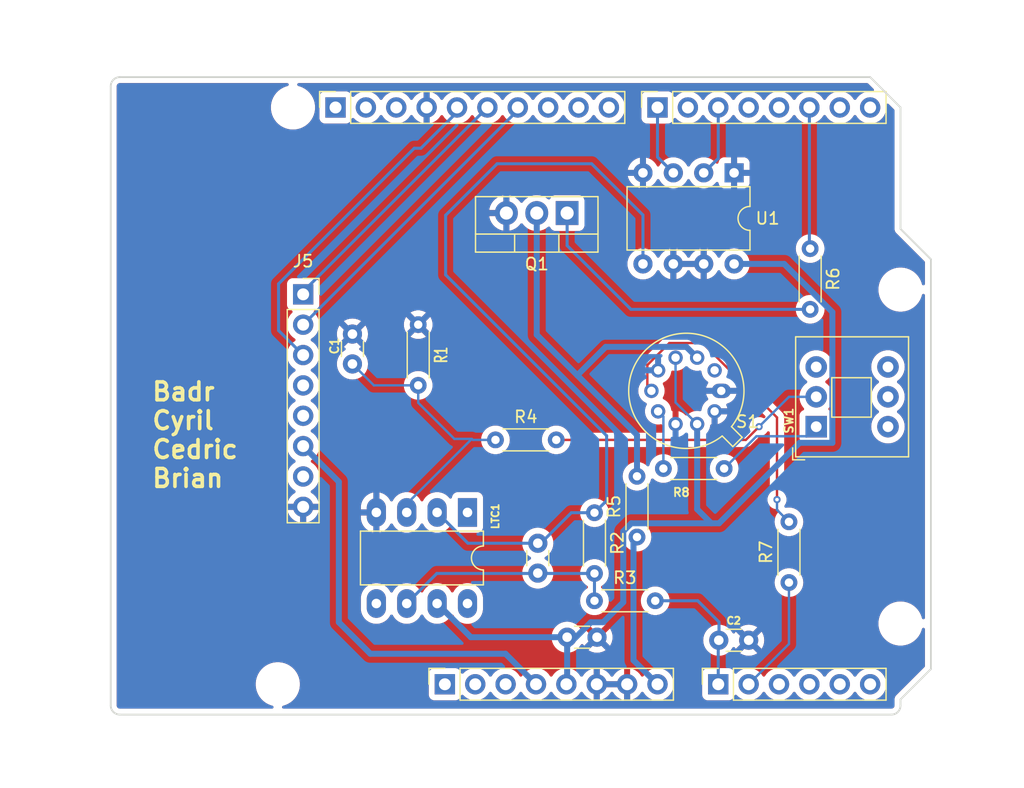
<source format=kicad_pcb>
(kicad_pcb (version 20240108) (generator "pcbnew") (generator_version "8.0")
  (layers (0 "F.Cu" signal) (31 "B.Cu" signal) (34 "B.Paste" user) (35 "F.Paste" user) (36 "B.SilkS" user "B.Silkscreen") (37 "F.SilkS" user "F.Silkscreen") (38 "B.Mask" user) (39 "F.Mask" user) (44 "Edge.Cuts" user))
  (net 0 "")
  (net 1 "Net-(LTC1-+input)")
  (net 2 "GND")
  (net 3 "ADC")
  (net 4 "+5V")
  (net 5 "Net-(LTC1-vOut)")
  (net 6 "RVar")
  (net 8 "/IOREF")
  (net 9 "/~{RESET}")
  (net 10 "+3.3V")
  (net 11 "+12V")
  (net 15 "rst")
  (net 16 "tx")
  (net 17 "rx")
  (net 18 "/*10")
  (net 19 "/*9")
  (net 20 "/8")
  (net 21 "TempSensor")
  (net 26 "MOSI")
  (net 27 "/*6")
  (net 28 "SCK")
  (net 29 "/4")
  (net 30 "/*3")
  (net 31 "gas_choic_ctrl")
  (net 32 "/TX{slash}1")
  (net 33 "/RX{slash}0")
  (net 37 "Net-(Q1-G)")
  (net 38 "12V")
  (net 39 "Net-(SW1-B)")
  (net 40 "Net-(R7-Pad2)")
  (net 41 "GasSensor1")
  (net 42 "Net-(R8-Pad2)")
  (net 43 "GasSensor2")
  (footprint "Resistor_THT:R_Axial_DIN0204_L3.6mm_D1.6mm_P5.08mm_Horizontal" (layer "F.Cu") (at 149.098 120.396)
    (property "Reference" "R3" (at 2.54 -1.92 0) (layer "F.SilkS"))
    (property "Value" "1k")
    (fp_line (start 0.62 -0.92) (end 4.46 -0.92) (stroke (width 0.12)) (layer "F.SilkS"))
    (fp_line (start 0.62 0.92) (end 4.46 0.92) (stroke (width 0.12)) (layer "F.SilkS"))
    (pad "1" thru_hole circle (at 0 0) (size 1.4 1.4) (drill 0.7) (layers "*.Cu" "*.Mask") (net 5 "Net-(LTC1-vOut)"))
    (pad "2" thru_hole oval (at 5.08 0) (size 1.4 1.4) (drill 0.7) (layers "*.Cu" "*.Mask") (net 3 "ADC"))
  )
  (footprint "Resistor_THT:R_Axial_DIN0204_L3.6mm_D1.6mm_P5.08mm_Horizontal" (layer "F.Cu") (at 167.132 90.932 -90)
    (property "Reference" "R6" (at 2.54 -1.92 90) (layer "F.SilkS"))
    (property "Value" "1k")
    (fp_line (start 0.62 0.92) (end 4.46 0.92) (stroke (width 0.12)) (layer "F.SilkS"))
    (fp_line (start 0.62 -0.92) (end 4.46 -0.92) (stroke (width 0.12)) (layer "F.SilkS"))
    (pad "1" thru_hole circle (at 0 0 270) (size 1.4 1.4) (drill 0.7) (layers "*.Cu" "*.Mask") (net 31 "gas_choic_ctrl"))
    (pad "2" thru_hole oval (at 5.08 0 270) (size 1.4 1.4) (drill 0.7) (layers "*.Cu" "*.Mask") (net 37 "Net-(Q1-G)"))
  )
  (footprint "Resistor_THT:R_Axial_DIN0204_L3.6mm_D1.6mm_P5.08mm_Horizontal" (layer "F.Cu") (at 149.098 113.03 -90)
    (property "Reference" "R2" (at 2.54 -1.92 90) (layer "F.SilkS"))
    (property "Value" "100k")
    (fp_line (start 0.62 0.92) (end 4.46 0.92) (stroke (width 0.12)) (layer "F.SilkS"))
    (fp_line (start 0.62 -0.92) (end 4.46 -0.92) (stroke (width 0.12)) (layer "F.SilkS"))
    (pad "1" thru_hole circle (at 0 0 270) (size 1.4 1.4) (drill 0.7) (layers "*.Cu" "*.Mask") (net 6 "RVar"))
    (pad "2" thru_hole oval (at 5.08 0 270) (size 1.4 1.4) (drill 0.7) (layers "*.Cu" "*.Mask") (net 5 "Net-(LTC1-vOut)"))
  )
  (footprint "Package_DIP:DIP-8_W7.62mm_LongPads" (layer "F.Cu") (at 138.4802 113.006 -90)
    (property "Reference" "LTC1" (at 0.325 -2.33 90) (layer "F.SilkS") (effects (font (size 0.6 0.6))))
    (property "Value" "~" (hide yes))
    (fp_line (start 1.56 8.95) (end 6.06 8.95) (stroke (width 0.12)) (layer "F.SilkS"))
    (fp_line (start 6.06 8.95) (end 6.06 -1.33) (stroke (width 0.12)) (layer "F.SilkS"))
    (fp_line (start 1.56 -1.33) (end 1.56 8.95) (stroke (width 0.12)) (layer "F.SilkS"))
    (fp_line (start 2.81 -1.33) (end 1.56 -1.33) (stroke (width 0.12)) (layer "F.SilkS"))
    (fp_line (start 6.06 -1.33) (end 4.81 -1.33) (stroke (width 0.12)) (layer "F.SilkS"))
    (fp_arc (start 4.81 -1.33) (mid 3.81 -0.33) (end 2.81 -1.33) (stroke (width 0.12)) (layer "F.SilkS"))
    (pad "1" thru_hole rect (at 0 0 270) (size 2.4 1.6) (drill 0.8) (layers "*.Cu" "*.Mask"))
    (pad "2" thru_hole oval (at 0 2.54 270) (size 2.4 1.6) (drill 0.8) (layers "*.Cu" "*.Mask") (net 6 "RVar"))
    (pad "3" thru_hole oval (at 0 5.08 270) (size 2.4 1.6) (drill 0.8) (layers "*.Cu" "*.Mask") (net 1 "Net-(LTC1-+input)"))
    (pad "4" thru_hole oval (at 0 7.62 270) (size 2.4 1.6) (drill 0.8) (layers "*.Cu" "*.Mask") (net 2 "GND"))
    (pad "5" thru_hole oval (at 7.62 7.62 270) (size 2.4 1.6) (drill 0.8) (layers "*.Cu" "*.Mask"))
    (pad "6" thru_hole oval (at 7.62 5.08 270) (size 2.4 1.6) (drill 0.8) (layers "*.Cu" "*.Mask") (net 5 "Net-(LTC1-vOut)"))
    (pad "7" thru_hole oval (at 7.62 2.54 270) (size 2.4 1.6) (drill 0.8) (layers "*.Cu" "*.Mask") (net 4 "+5V"))
    (pad "8" thru_hole oval (at 7.62 0 270) (size 2.4 1.6) (drill 0.8) (layers "*.Cu" "*.Mask"))
  )
  (footprint "Capacitor_THT:C_Disc_D3.0mm_W1.6mm_P2.50mm" (layer "F.Cu") (at 146.812 123.444)
    (property "Reference" "C3" (hide yes))
    (property "Value" "100n")
    (fp_line (start 0.621 -0.92) (end 1.879 -0.92) (stroke (width 0.12)) (layer "F.SilkS"))
    (fp_line (start 0.621 0.92) (end 1.879 0.92) (stroke (width 0.12)) (layer "F.SilkS"))
    (pad "1" thru_hole circle (at 0 0) (size 1.6 1.6) (drill 0.8) (layers "*.Cu" "*.Mask") (net 4 "+5V"))
    (pad "2" thru_hole circle (at 2.5 0) (size 1.6 1.6) (drill 0.8) (layers "*.Cu" "*.Mask") (net 2 "GND"))
  )
  (footprint "Capacitor_THT:C_Disc_D3.0mm_W1.6mm_P2.50mm" (layer "F.Cu") (at 159.492 123.698)
    (property "Reference" "C2" (at 1.25 -1.633 0) (layer "F.SilkS") (effects (font (size 0.6 0.6))))
    (property "Value" "100n")
    (fp_line (start 0.621 -0.92) (end 1.879 -0.92) (stroke (width 0.12)) (layer "F.SilkS"))
    (fp_line (start 0.621 0.92) (end 1.879 0.92) (stroke (width 0.12)) (layer "F.SilkS"))
    (pad "1" thru_hole circle (at 0 0) (size 1.6 1.6) (drill 0.8) (layers "*.Cu" "*.Mask") (net 3 "ADC"))
    (pad "2" thru_hole circle (at 2.5 0) (size 1.6 1.6) (drill 0.8) (layers "*.Cu" "*.Mask") (net 2 "GND"))
  )
  (footprint "Capacitor_THT:C_Disc_D3.0mm_W1.6mm_P2.50mm" (layer "F.Cu") (at 144.3602 118.081 90)
    (property "Reference" "C4" (hide yes))
    (property "Value" "1u")
    (fp_line (start 0.621 -0.92) (end 1.879 -0.92) (stroke (width 0.12)) (layer "F.SilkS"))
    (fp_line (start 0.621 0.92) (end 1.879 0.92) (stroke (width 0.12)) (layer "F.SilkS"))
    (pad "1" thru_hole circle (at 0 0 90) (size 1.6 1.6) (drill 0.8) (layers "*.Cu" "*.Mask") (net 5 "Net-(LTC1-vOut)"))
    (pad "2" thru_hole circle (at 2.5 0 90) (size 1.6 1.6) (drill 0.8) (layers "*.Cu" "*.Mask") (net 6 "RVar"))
  )
  (footprint "Connector_PinSocket_2.54mm:PinSocket_1x08_P2.54mm_Vertical" (layer "F.Cu") (at 136.5885 127.381 90)
    (property "Reference" "J1" (hide yes))
    (property "Value" "Power")
    (fp_line (start 1.33 -1.33) (end 1.33 0) (stroke (width 0.12)) (layer "F.SilkS"))
    (fp_line (start 0 -1.33) (end 1.33 -1.33) (stroke (width 0.12)) (layer "F.SilkS"))
    (fp_line (start 1.33 1.27) (end 1.33 19.11) (stroke (width 0.12)) (layer "F.SilkS"))
    (fp_line (start -1.33 1.27) (end 1.33 1.27) (stroke (width 0.12)) (layer "F.SilkS"))
    (fp_line (start -1.33 1.27) (end -1.33 19.11) (stroke (width 0.12)) (layer "F.SilkS"))
    (fp_line (start -1.33 19.11) (end 1.33 19.11) (stroke (width 0.12)) (layer "F.SilkS"))
    (pad "1" thru_hole rect (at 0 0 90) (size 1.7 1.7) (drill 1) (layers "*.Cu" "*.Mask"))
    (pad "2" thru_hole oval (at 0 2.54 90) (size 1.7 1.7) (drill 1) (layers "*.Cu" "*.Mask") (net 8 "/IOREF"))
    (pad "3" thru_hole oval (at 0 5.08 90) (size 1.7 1.7) (drill 1) (layers "*.Cu" "*.Mask") (net 9 "/~{RESET}"))
    (pad "4" thru_hole oval (at 0 7.62 90) (size 1.7 1.7) (drill 1) (layers "*.Cu" "*.Mask") (net 10 "+3.3V"))
    (pad "5" thru_hole oval (at 0 10.16 90) (size 1.7 1.7) (drill 1) (layers "*.Cu" "*.Mask") (net 4 "+5V"))
    (pad "6" thru_hole oval (at 0 12.7 90) (size 1.7 1.7) (drill 1) (layers "*.Cu" "*.Mask") (net 2 "GND"))
    (pad "7" thru_hole oval (at 0 15.24 90) (size 1.7 1.7) (drill 1) (layers "*.Cu" "*.Mask") (net 2 "GND"))
    (pad "8" thru_hole oval (at 0 17.78 90) (size 1.7 1.7) (drill 1) (layers "*.Cu" "*.Mask") (net 11 "+12V"))
  )
  (footprint "Arduino_MountingHole:MountingHole_3.2mm" (layer "F.Cu") (at 123.8885 79.121)
    (property "Reference" "MH1" (hide yes))
    (property "Value" "MountingHole_3.2mm" (hide yes))
    (pad "" np_thru_hole circle (at 0 0) (size 3.2 3.2) (drill 3.2) (layers "F&B.Cu" "*.Mask"))
  )
  (footprint "Package_TO_SOT_THT:TO-220-3_Vertical" (layer "F.Cu") (at 146.812 87.955 180)
    (property "Reference" "Q1" (at 2.54 -4.27 0) (layer "F.SilkS"))
    (property "Value" "Q_NMOS_GSD")
    (fp_line (start 7.66 -3.27) (end 7.66 1.371) (stroke (width 0.12)) (layer "F.SilkS"))
    (fp_line (start 4.391 -3.27) (end 4.391 -1.76) (stroke (width 0.12)) (layer "F.SilkS"))
    (fp_line (start 0.69 -3.27) (end 0.69 -1.76) (stroke (width 0.12)) (layer "F.SilkS"))
    (fp_line (start -2.58 1.371) (end 7.66 1.371) (stroke (width 0.12)) (layer "F.SilkS"))
    (fp_line (start -2.58 -1.76) (end 7.66 -1.76) (stroke (width 0.12)) (layer "F.SilkS"))
    (fp_line (start -2.58 -3.27) (end 7.66 -3.27) (stroke (width 0.12)) (layer "F.SilkS"))
    (fp_line (start -2.58 -3.27) (end -2.58 1.371) (stroke (width 0.12)) (layer "F.SilkS"))
    (pad "1" thru_hole rect (at 0 0 180) (size 1.905 2) (drill 1.1) (layers "*.Cu" "*.Mask") (net 37 "Net-(Q1-G)"))
    (pad "2" thru_hole oval (at 2.54 0 180) (size 1.905 2) (drill 1.1) (layers "*.Cu" "*.Mask") (net 38 "12V"))
    (pad "3" thru_hole oval (at 5.08 0 180) (size 1.905 2) (drill 1.1) (layers "*.Cu" "*.Mask") (net 2 "GND"))
  )
  (footprint "Resistor_THT:R_Axial_DIN0204_L3.6mm_D1.6mm_P5.08mm_Horizontal" (layer "F.Cu") (at 134.3602 97.291 -90)
    (property "Reference" "R1" (at 2.54 -1.92 90) (layer "F.SilkS") (effects (font (size 1 0.7))))
    (property "Value" "100k")
    (fp_line (start 0.62 0.92) (end 4.46 0.92) (stroke (width 0.12)) (layer "F.SilkS"))
    (fp_line (start 0.62 -0.92) (end 4.46 -0.92) (stroke (width 0.12)) (layer "F.SilkS"))
    (pad "1" thru_hole circle (at 0 0 270) (size 1.4 1.4) (drill 0.7) (layers "*.Cu" "*.Mask") (net 2 "GND"))
    (pad "2" thru_hole oval (at 5.08 0 270) (size 1.4 1.4) (drill 0.7) (layers "*.Cu" "*.Mask") (net 1 "Net-(LTC1-+input)"))
  )
  (footprint "Resistor_THT:R_Axial_DIN0204_L3.6mm_D1.6mm_P5.08mm_Horizontal" (layer "F.Cu") (at 159.9402 109.331 180)
    (property "Reference" "R8" (at 3.58 -2 0) (layer "F.SilkS") (effects (font (size 0.7 0.7))))
    (property "Value" "0")
    (fp_line (start 0.62 0.92) (end 4.46 0.92) (stroke (width 0.12)) (layer "F.SilkS"))
    (fp_line (start 0.62 -0.92) (end 4.46 -0.92) (stroke (width 0.12)) (layer "F.SilkS"))
    (pad "1" thru_hole circle (at 0 0 180) (size 1.4 1.4) (drill 0.7) (layers "*.Cu" "*.Mask") (net 41 "GasSensor1"))
    (pad "2" thru_hole oval (at 5.08 0 180) (size 1.4 1.4) (drill 0.7) (layers "*.Cu" "*.Mask") (net 42 "Net-(R8-Pad2)"))
  )
  (footprint "Package_TO_SOT_THT:TO-5-10_Window" (layer "F.Cu") (at 159.7002 102.831 180)
    (property "Reference" "S1" (at -2.1792 -2.579 0) (layer "F.SilkS"))
    (property "Value" "~" (hide yes))
    (fp_line (start -0.077084 -3.774902) (end -0.968039 -4.665856) (stroke (width 0.12)) (layer "F.SilkS"))
    (fp_line (start -0.968039 -4.665856) (end -1.745856 -3.888039) (stroke (width 0.12)) (layer "F.SilkS"))
    (fp_line (start -1.745856 -3.888039) (end -0.854902 -2.997084) (stroke (width 0.12)) (layer "F.SilkS"))
    (fp_arc (start -0.077084 -3.774902) (mid 6.328125 3.408384) (end -0.854674 -2.997371) (stroke (width 0.12)) (layer "F.SilkS"))
    (pad "1" thru_hole oval (at 0 0 180) (size 1.6 1.2) (drill 0.7) (layers "*.Cu" "*.Mask") (net 2 "GND"))
    (pad "2" thru_hole oval (at 0.55767 1.716333 180) (size 1.2 1.2) (drill 0.7) (layers "*.Cu" "*.Mask") (net 43 "GasSensor2"))
    (pad "3" thru_hole oval (at 2.01767 2.777085 180) (size 1.2 1.2) (drill 0.7) (layers "*.Cu" "*.Mask") (net 38 "12V"))
    (pad "4" thru_hole oval (at 3.82233 2.777085 180) (size 1.2 1.2) (drill 0.7) (layers "*.Cu" "*.Mask") (net 4 "+5V"))
    (pad "5" thru_hole oval (at 5.28233 1.716333 180) (size 1.2 1.2) (drill 0.7) (layers "*.Cu" "*.Mask") (net 2 "GND"))
    (pad "6" thru_hole oval (at 5.84 0 180) (size 1.2 1.2) (drill 0.7) (layers "*.Cu" "*.Mask") (net 40 "Net-(R7-Pad2)"))
    (pad "7" thru_hole oval (at 5.28233 -1.716333 180) (size 1.2 1.2) (drill 0.7) (layers "*.Cu" "*.Mask") (net 42 "Net-(R8-Pad2)"))
    (pad "8" thru_hole oval (at 3.82233 -2.777085 180) (size 1.2 1.2) (drill 0.7) (layers "*.Cu" "*.Mask") (net 2 "GND"))
    (pad "9" thru_hole oval (at 2.01767 -2.777085 180) (size 1.2 1.2) (drill 0.7) (layers "*.Cu" "*.Mask") (net 4 "+5V"))
    (pad "10" thru_hole oval (at 0.55767 -1.716333 180) (size 1.2 1.2) (drill 0.7) (layers "*.Cu" "*.Mask") (net 2 "GND"))
  )
  (footprint "Button_Switch_THT:SW_Push_2P2T_Toggle_CK_PVA2xxH2xxxxxxV2" (layer "F.Cu") (at 167.64 105.831 90)
    (property "Reference" "SW1" (at 0.5 -2.2798 90) (layer "F.SilkS") (effects (font (size 0.7 0.7))))
    (property "Value" "SW_SPDT")
    (fp_line (start -1.77 -1.97) (end -2.77 -1.97) (stroke (width 0.12)) (layer "F.SilkS"))
    (fp_line (start 7.52 -1.72) (end -2.52 -1.72) (stroke (width 0.12)) (layer "F.SilkS"))
    (fp_line (start -2.77 -0.97) (end -2.77 -1.97) (stroke (width 0.12)) (layer "F.SilkS"))
    (fp_line (start 4.1 1.3) (end 0.8 1.3) (stroke (width 0.12)) (layer "F.SilkS"))
    (fp_line (start 4.1 1.3) (end 4.1 4.6) (stroke (width 0.12)) (layer "F.SilkS"))
    (fp_line (start 0.8 1.3) (end 0.8 4.6) (stroke (width 0.12)) (layer "F.SilkS"))
    (fp_line (start 4.1 4.6) (end 0.8 4.6) (stroke (width 0.12)) (layer "F.SilkS"))
    (fp_line (start 7.52 7.72) (end 7.52 -1.72) (stroke (width 0.12)) (layer "F.SilkS"))
    (fp_line (start 7.52 7.72) (end -2.52 7.72) (stroke (width 0.12)) (layer "F.SilkS"))
    (fp_line (start -2.52 7.72) (end -2.52 -1.72) (stroke (width 0.12)) (layer "F.SilkS"))
    (pad "1" thru_hole rect (at 0 0 90) (size 1.8 1.8) (drill 0.9) (layers "*.Cu" "*.Mask") (net 41 "GasSensor1"))
    (pad "2" thru_hole circle (at 2.5 0 90) (size 1.8 1.8) (drill 0.9) (layers "*.Cu" "*.Mask") (net 39 "Net-(SW1-B)"))
    (pad "3" thru_hole circle (at 5 0 90) (size 1.8 1.8) (drill 0.9) (layers "*.Cu" "*.Mask") (net 43 "GasSensor2"))
    (pad "4" thru_hole circle (at 0 6 90) (size 1.8 1.8) (drill 0.9) (layers "*.Cu" "*.Mask"))
    (pad "5" thru_hole circle (at 2.5 6 90) (size 1.8 1.8) (drill 0.9) (layers "*.Cu" "*.Mask"))
    (pad "6" thru_hole circle (at 5 6 90) (size 1.8 1.8) (drill 0.9) (layers "*.Cu" "*.Mask"))
  )
  (footprint "Arduino_MountingHole:MountingHole_3.2mm" (layer "F.Cu") (at 122.6185 127.381)
    (property "Reference" "MH2" (hide yes))
    (property "Value" "MountingHole_3.2mm" (hide yes))
    (pad "" np_thru_hole circle (at 0 0) (size 3.2 3.2) (drill 3.2) (layers "F&B.Cu" "*.Mask"))
  )
  (footprint "Connector_PinSocket_2.54mm:PinSocket_1x08_P2.54mm_Vertical" (layer "F.Cu") (at 154.3685 79.121 90)
    (property "Reference" "J4" (hide yes))
    (property "Value" "Digital/PWM")
    (fp_line (start 1.33 -1.33) (end 1.33 0) (stroke (width 0.12)) (layer "F.SilkS"))
    (fp_line (start 0 -1.33) (end 1.33 -1.33) (stroke (width 0.12)) (layer "F.SilkS"))
    (fp_line (start 1.33 1.27) (end 1.33 19.11) (stroke (width 0.12)) (layer "F.SilkS"))
    (fp_line (start -1.33 1.27) (end 1.33 1.27) (stroke (width 0.12)) (layer "F.SilkS"))
    (fp_line (start -1.33 1.27) (end -1.33 19.11) (stroke (width 0.12)) (layer "F.SilkS"))
    (fp_line (start -1.33 19.11) (end 1.33 19.11) (stroke (width 0.12)) (layer "F.SilkS"))
    (pad "1" thru_hole rect (at 0 0 90) (size 1.7 1.7) (drill 1) (layers "*.Cu" "*.Mask") (net 26 "MOSI"))
    (pad "2" thru_hole oval (at 0 2.54 90) (size 1.7 1.7) (drill 1) (layers "*.Cu" "*.Mask") (net 27 "/*6"))
    (pad "3" thru_hole oval (at 0 5.08 90) (size 1.7 1.7) (drill 1) (layers "*.Cu" "*.Mask") (net 28 "SCK"))
    (pad "4" thru_hole oval (at 0 7.62 90) (size 1.7 1.7) (drill 1) (layers "*.Cu" "*.Mask") (net 29 "/4"))
    (pad "5" thru_hole oval (at 0 10.16 90) (size 1.7 1.7) (drill 1) (layers "*.Cu" "*.Mask") (net 30 "/*3"))
    (pad "6" thru_hole oval (at 0 12.7 90) (size 1.7 1.7) (drill 1) (layers "*.Cu" "*.Mask") (net 31 "gas_choic_ctrl"))
    (pad "7" thru_hole oval (at 0 15.24 90) (size 1.7 1.7) (drill 1) (layers "*.Cu" "*.Mask") (net 32 "/TX{slash}1"))
    (pad "8" thru_hole oval (at 0 17.78 90) (size 1.7 1.7) (drill 1) (layers "*.Cu" "*.Mask") (net 33 "/RX{slash}0"))
  )
  (footprint "Package_DIP:DIP-8_W7.62mm" (layer "F.Cu") (at 160.772 84.592 -90)
    (property "Reference" "U1" (at 3.81 -2.804 180) (layer "F.SilkS"))
    (property "Value" "MCP41100")
    (fp_line (start 1.16 8.95) (end 6.46 8.95) (stroke (width 0.12)) (layer "F.SilkS"))
    (fp_line (start 6.46 8.95) (end 6.46 -1.33) (stroke (width 0.12)) (layer "F.SilkS"))
    (fp_line (start 1.16 -1.33) (end 1.16 8.95) (stroke (width 0.12)) (layer "F.SilkS"))
    (fp_line (start 2.81 -1.33) (end 1.16 -1.33) (stroke (width 0.12)) (layer "F.SilkS"))
    (fp_line (start 6.46 -1.33) (end 4.81 -1.33) (stroke (width 0.12)) (layer "F.SilkS"))
    (fp_arc (start 4.81 -1.33) (mid 3.81 -0.33) (end 2.81 -1.33) (stroke (width 0.12)) (layer "F.SilkS"))
    (pad "1" thru_hole rect (at 0 0 270) (size 1.6 1.6) (drill 0.8) (layers "*.Cu" "*.Mask") (net 2 "GND"))
    (pad "2" thru_hole oval (at 0 2.54 270) (size 1.6 1.6) (drill 0.8) (layers "*.Cu" "*.Mask") (net 28 "SCK"))
    (pad "3" thru_hole oval (at 0 5.08 270) (size 1.6 1.6) (drill 0.8) (layers "*.Cu" "*.Mask") (net 26 "MOSI"))
    (pad "4" thru_hole oval (at 0 7.62 270) (size 1.6 1.6) (drill 0.8) (layers "*.Cu" "*.Mask") (net 2 "GND"))
    (pad "5" thru_hole oval (at 7.62 7.62 270) (size 1.6 1.6) (drill 0.8) (layers "*.Cu" "*.Mask") (net 6 "RVar"))
    (pad "6" thru_hole oval (at 7.62 5.08 270) (size 1.6 1.6) (drill 0.8) (layers "*.Cu" "*.Mask") (net 2 "GND"))
    (pad "7" thru_hole oval (at 7.62 2.54 270) (size 1.6 1.6) (drill 0.8) (layers "*.Cu" "*.Mask") (net 2 "GND"))
    (pad "8" thru_hole oval (at 7.62 0 270) (size 1.6 1.6) (drill 0.8) (layers "*.Cu" "*.Mask") (net 4 "+5V"))
  )
  (footprint "Connector_PinSocket_2.54mm:PinSocket_1x08_P2.54mm_Vertical" (layer "F.Cu") (at 124.739 94.757)
    (property "Reference" "J5" (at 0 -2.77 0) (layer "F.SilkS"))
    (property "Value" "Conn_01x08")
    (fp_line (start -1.33 1.27) (end -1.33 19.11) (stroke (width 0.12)) (layer "F.SilkS"))
    (fp_line (start -1.33 1.27) (end 1.33 1.27) (stroke (width 0.12)) (layer "F.SilkS"))
    (fp_line (start -1.33 19.11) (end 1.33 19.11) (stroke (width 0.12)) (layer "F.SilkS"))
    (fp_line (start 0 -1.33) (end 1.33 -1.33) (stroke (width 0.12)) (layer "F.SilkS"))
    (fp_line (start 1.33 -1.33) (end 1.33 0) (stroke (width 0.12)) (layer "F.SilkS"))
    (fp_line (start 1.33 1.27) (end 1.33 19.11) (stroke (width 0.12)) (layer "F.SilkS"))
    (pad "1" thru_hole rect (at 0 0) (size 1.7 1.7) (drill 1) (layers "*.Cu" "*.Mask") (net 16 "tx"))
    (pad "2" thru_hole oval (at 0 2.54) (size 1.7 1.7) (drill 1) (layers "*.Cu" "*.Mask") (net 17 "rx"))
    (pad "3" thru_hole oval (at 0 5.08) (size 1.7 1.7) (drill 1) (layers "*.Cu" "*.Mask") (net 15 "rst"))
    (pad "4" thru_hole oval (at 0 7.62) (size 1.7 1.7) (drill 1) (layers "*.Cu" "*.Mask"))
    (pad "5" thru_hole oval (at 0 10.16) (size 1.7 1.7) (drill 1) (layers "*.Cu" "*.Mask"))
    (pad "6" thru_hole oval (at 0 12.7) (size 1.7 1.7) (drill 1) (layers "*.Cu" "*.Mask") (net 10 "+3.3V"))
    (pad "7" thru_hole oval (at 0 15.24) (size 1.7 1.7) (drill 1) (layers "*.Cu" "*.Mask"))
    (pad "8" thru_hole oval (at 0 17.78) (size 1.7 1.7) (drill 1) (layers "*.Cu" "*.Mask") (net 2 "GND"))
  )
  (footprint "Connector_PinSocket_2.54mm:PinSocket_1x06_P2.54mm_Vertical" (layer "F.Cu") (at 159.4485 127.381 90)
    (property "Reference" "J3" (hide yes))
    (property "Value" "Analog")
    (fp_line (start 1.33 -1.33) (end 1.33 0) (stroke (width 0.12)) (layer "F.SilkS"))
    (fp_line (start 0 -1.33) (end 1.33 -1.33) (stroke (width 0.12)) (layer "F.SilkS"))
    (fp_line (start 1.33 1.27) (end 1.33 14.03) (stroke (width 0.12)) (layer "F.SilkS"))
    (fp_line (start -1.33 1.27) (end 1.33 1.27) (stroke (width 0.12)) (layer "F.SilkS"))
    (fp_line (start -1.33 1.27) (end -1.33 14.03) (stroke (width 0.12)) (layer "F.SilkS"))
    (fp_line (start -1.33 14.03) (end 1.33 14.03) (stroke (width 0.12)) (layer "F.SilkS"))
    (pad "1" thru_hole rect (at 0 0 90) (size 1.7 1.7) (drill 1) (layers "*.Cu" "*.Mask") (net 3 "ADC"))
    (pad "2" thru_hole oval (at 0 2.54 90) (size 1.7 1.7) (drill 1) (layers "*.Cu" "*.Mask") (net 21 "TempSensor"))
    (pad "3" thru_hole oval (at 0 5.08 90) (size 1.7 1.7) (drill 1) (layers "*.Cu" "*.Mask"))
    (pad "4" thru_hole oval (at 0 7.62 90) (size 1.7 1.7) (drill 1) (layers "*.Cu" "*.Mask"))
    (pad "5" thru_hole oval (at 0 10.16 90) (size 1.7 1.7) (drill 1) (layers "*.Cu" "*.Mask"))
    (pad "6" thru_hole oval (at 0 12.7 90) (size 1.7 1.7) (drill 1) (layers "*.Cu" "*.Mask"))
  )
  (footprint "Arduino_MountingHole:MountingHole_3.2mm" (layer "F.Cu") (at 174.6885 122.301)
    (property "Reference" "MH4" (hide yes))
    (property "Value" "MountingHole_3.2mm" (hide yes))
    (pad "" np_thru_hole circle (at 0 0) (size 3.2 3.2) (drill 3.2) (layers "F&B.Cu" "*.Mask"))
  )
  (footprint "Resistor_THT:R_Axial_DIN0204_L3.6mm_D1.6mm_P5.08mm_Horizontal" (layer "F.Cu") (at 165.3602 118.871 90)
    (property "Reference" "R7" (at 2.54 -1.92 90) (layer "F.SilkS"))
    (property "Value" "0" (hide yes))
    (fp_line (start 0.62 -0.92) (end 4.46 -0.92) (stroke (width 0.12)) (layer "F.SilkS"))
    (fp_line (start 0.62 0.92) (end 4.46 0.92) (stroke (width 0.12)) (layer "F.SilkS"))
    (pad "1" thru_hole circle (at 0 0 90) (size 1.4 1.4) (drill 0.7) (layers "*.Cu" "*.Mask") (net 21 "TempSensor"))
    (pad "2" thru_hole oval (at 5.08 0 90) (size 1.4 1.4) (drill 0.7) (layers "*.Cu" "*.Mask") (net 40 "Net-(R7-Pad2)"))
  )
  (footprint "Resistor_THT:R_Axial_DIN0204_L3.6mm_D1.6mm_P5.08mm_Horizontal" (layer "F.Cu") (at 152.654 115.062 90)
    (property "Reference" "R5" (at 2.54 -1.92 90) (layer "F.SilkS"))
    (property "Value" "10k")
    (fp_line (start 0.62 -0.92) (end 4.46 -0.92) (stroke (width 0.12)) (layer "F.SilkS"))
    (fp_line (start 0.62 0.92) (end 4.46 0.92) (stroke (width 0.12)) (layer "F.SilkS"))
    (pad "1" thru_hole circle (at 0 0 90) (size 1.4 1.4) (drill 0.7) (layers "*.Cu" "*.Mask") (net 11 "+12V"))
    (pad "2" thru_hole oval (at 5.08 0 90) (size 1.4 1.4) (drill 0.7) (layers "*.Cu" "*.Mask") (net 38 "12V"))
  )
  (footprint "Capacitor_THT:C_Disc_D3.0mm_W1.6mm_P2.50mm" (layer "F.Cu") (at 128.8602 100.581 90)
    (property "Reference" "C1" (at 1.5 -1.5 90) (layer "F.SilkS") (effects (font (size 0.7 0.7))))
    (property "Value" "100n")
    (fp_line (start 0.621 -0.92) (end 1.879 -0.92) (stroke (width 0.12)) (layer "F.SilkS"))
    (fp_line (start 0.621 0.92) (end 1.879 0.92) (stroke (width 0.12)) (layer "F.SilkS"))
    (pad "1" thru_hole circle (at 0 0 90) (size 1.6 1.6) (drill 0.8) (layers "*.Cu" "*.Mask") (net 1 "Net-(LTC1-+input)"))
    (pad "2" thru_hole circle (at 2.5 0 90) (size 1.6 1.6) (drill 0.8) (layers "*.Cu" "*.Mask") (net 2 "GND"))
  )
  (footprint "Connector_PinSocket_2.54mm:PinSocket_1x10_P2.54mm_Vertical" (layer "F.Cu") (at 127.4445 79.121 90)
    (property "Reference" "J2" (hide yes))
    (property "Value" "Digital/PWM")
    (fp_line (start 1.33 -1.33) (end 1.33 0) (stroke (width 0.12)) (layer "F.SilkS"))
    (fp_line (start 0 -1.33) (end 1.33 -1.33) (stroke (width 0.12)) (layer "F.SilkS"))
    (fp_line (start 1.33 1.27) (end 1.33 24.19) (stroke (width 0.12)) (layer "F.SilkS"))
    (fp_line (start -1.33 1.27) (end 1.33 1.27) (stroke (width 0.12)) (layer "F.SilkS"))
    (fp_line (start -1.33 1.27) (end -1.33 24.19) (stroke (width 0.12)) (layer "F.SilkS"))
    (fp_line (start -1.33 24.19) (end 1.33 24.19) (stroke (width 0.12)) (layer "F.SilkS"))
    (pad "1" thru_hole rect (at 0 0 90) (size 1.7 1.7) (drill 1) (layers "*.Cu" "*.Mask"))
    (pad "2" thru_hole oval (at 0 2.54 90) (size 1.7 1.7) (drill 1) (layers "*.Cu" "*.Mask"))
    (pad "3" thru_hole oval (at 0 5.08 90) (size 1.7 1.7) (drill 1) (layers "*.Cu" "*.Mask"))
    (pad "4" thru_hole oval (at 0 7.62 90) (size 1.7 1.7) (drill 1) (layers "*.Cu" "*.Mask") (net 2 "GND"))
    (pad "5" thru_hole oval (at 0 10.16 90) (size 1.7 1.7) (drill 1) (layers "*.Cu" "*.Mask") (net 15 "rst"))
    (pad "6" thru_hole oval (at 0 12.7 90) (size 1.7 1.7) (drill 1) (layers "*.Cu" "*.Mask") (net 16 "tx"))
    (pad "7" thru_hole oval (at 0 15.24 90) (size 1.7 1.7) (drill 1) (layers "*.Cu" "*.Mask") (net 17 "rx"))
    (pad "8" thru_hole oval (at 0 17.78 90) (size 1.7 1.7) (drill 1) (layers "*.Cu" "*.Mask") (net 18 "/*10"))
    (pad "9" thru_hole oval (at 0 20.32 90) (size 1.7 1.7) (drill 1) (layers "*.Cu" "*.Mask") (net 19 "/*9"))
    (pad "10" thru_hole oval (at 0 22.86 90) (size 1.7 1.7) (drill 1) (layers "*.Cu" "*.Mask") (net 20 "/8"))
  )
  (footprint "Resistor_THT:R_Axial_DIN0204_L3.6mm_D1.6mm_P5.08mm_Horizontal" (layer "F.Cu") (at 140.8202 106.934)
    (property "Reference" "R4" (at 2.54 -1.92 0) (layer "F.SilkS"))
    (property "Value" "10k")
    (fp_line (start 0.62 -0.92) (end 4.46 -0.92) (stroke (width 0.12)) (layer "F.SilkS"))
    (fp_line (start 0.62 0.92) (end 4.46 0.92) (stroke (width 0.12)) (layer "F.SilkS"))
    (pad "1" thru_hole circle (at 0 0) (size 1.4 1.4) (drill 0.7) (layers "*.Cu" "*.Mask") (net 1 "Net-(LTC1-+input)"))
    (pad "2" thru_hole oval (at 5.08 0) (size 1.4 1.4) (drill 0.7) (layers "*.Cu" "*.Mask") (net 39 "Net-(SW1-B)"))
  )
  (footprint "Arduino_MountingHole:MountingHole_3.2mm" (layer "F.Cu") (at 174.6885 94.361)
    (property "Reference" "MH3" (hide yes))
    (property "Value" "MountingHole_3.2mm" (hide yes))
    (pad "" np_thru_hole circle (at 0 0) (size 3.2 3.2) (drill 3.2) (layers "F&B.Cu" "*.Mask"))
  )
  (gr_line (start 108.6485 129.159) (end 108.6485 77.343) (stroke (width 0.15)) (layer "Edge.Cuts"))
  (gr_line (start 173.9265 129.921) (end 109.4105 129.921) (stroke (width 0.15)) (layer "Edge.Cuts"))
  (gr_line (start 174.6885 128.651) (end 174.6885 129.159) (stroke (width 0.15)) (layer "Edge.Cuts"))
  (gr_arc (start 174.6885 129.159) (mid 174.465311 129.697811) (end 173.9265 129.921) (stroke (width 0.15)) (layer "Edge.Cuts"))
  (gr_line (start 174.6885 79.121) (end 174.6885 89.281) (stroke (width 0.15)) (layer "Edge.Cuts"))
  (gr_line (start 109.4105 76.581) (end 172.1485 76.581) (stroke (width 0.15)) (layer "Edge.Cuts"))
  (gr_line (start 177.2285 91.821) (end 177.2285 126.111) (stroke (width 0.15)) (layer "Edge.Cuts"))
  (gr_line (start 172.1485 76.581) (end 174.6885 79.121) (stroke (width 0.15)) (layer "Edge.Cuts"))
  (gr_line (start 174.6885 89.281) (end 177.2285 91.821) (stroke (width 0.15)) (layer "Edge.Cuts"))
  (gr_arc (start 108.6485 77.343) (mid 108.871685 76.804185) (end 109.4105 76.581) (stroke (width 0.15)) (layer "Edge.Cuts"))
  (gr_line (start 177.2285 126.111) (end 174.6885 128.651) (stroke (width 0.15)) (layer "Edge.Cuts"))
  (gr_arc (start 109.4105 129.921) (mid 108.871685 129.697815) (end 108.6485 129.159) (stroke (width 0.15)) (layer "Edge.Cuts"))
  (gr_text "Badr\nCyril\nCedric\nBrian\n\n" (at 111.9632 113.4364 0) (layer "F.SilkS") (effects (font (size 1.5 1.5) (thickness 0.3) (bold yes)) (justify left bottom)))
  (segment (start 140.8202 106.934) (end 138.9232 106.934) (width 0.2) (layer "B.Cu") (net 1))
  (segment (start 134.3602 103.831) (end 134.3602 102.371) (width 0.2) (layer "B.Cu") (net 1))
  (segment (start 137.3802 106.851) (end 134.3602 103.831) (width 0.2) (layer "B.Cu") (net 1))
  (segment (start 138.9232 106.934) (end 138.8402 106.851) (width 0.2) (layer "B.Cu") (net 1))
  (segment (start 133.4002 112.291) (end 138.8402 106.851) (width 0.2) (layer "B.Cu") (net 1))
  (segment (start 138.8402 106.851) (end 137.3802 106.851) (width 0.2) (layer "B.Cu") (net 1))
  (segment (start 130.6502 102.371) (end 128.8602 100.581) (width 0.2) (layer "B.Cu") (net 1))
  (segment (start 133.4002 113.006) (end 133.4002 112.291) (width 0.2) (layer "B.Cu") (net 1))
  (segment (start 134.3602 102.371) (end 130.6502 102.371) (width 0.2) (layer "B.Cu") (net 1))
  (segment (start 159.4485 123.7415) (end 159.492 123.698) (width 0.254) (layer "B.Cu") (net 3))
  (segment (start 159.512 122.174) (end 159.512 123.678) (width 0.254) (layer "B.Cu") (net 3))
  (segment (start 159.512 123.678) (end 159.492 123.698) (width 0.254) (layer "B.Cu") (net 3))
  (segment (start 157.734 120.396) (end 159.512 122.174) (width 0.254) (layer "B.Cu") (net 3))
  (segment (start 159.4485 127.381) (end 159.4485 123.7415) (width 0.254) (layer "B.Cu") (net 3))
  (segment (start 154.178 120.396) (end 157.734 120.396) (width 0.254) (layer "B.Cu") (net 3))
  (segment (start 146.812 127.3175) (end 146.7485 127.381) (width 0.5) (layer "B.Cu") (net 4))
  (segment (start 159.515978 113.912) (end 166.246978 107.181) (width 0.5) (layer "B.Cu") (net 4))
  (segment (start 146.812 123.444) (end 138.7582 123.444) (width 0.5) (layer "B.Cu") (net 4))
  (segment (start 157.68253 112.73433) (end 158.8602 113.912) (width 0.5) (layer "B.Cu") (net 4))
  (segment (start 146.812 124.176233) (end 148.794233 122.194) (width 0.5) (layer "B.Cu") (net 4))
  (segment (start 148.794233 122.194) (end 149.829767 122.194) (width 0.5) (layer "B.Cu") (net 4))
  (segment (start 149.829767 122.194) (end 151.504 120.519767) (width 0.5) (layer "B.Cu") (net 4))
  (segment (start 166.246978 107.181) (end 168.99 107.181) (width 0.5) (layer "B.Cu") (net 4))
  (segment (start 168.99 96.243654) (end 164.958346 92.212) (width 0.5) (layer "B.Cu") (net 4))
  (segment (start 157.68253 105.608085) (end 157.68253 112.73433) (width 0.5) (layer "B.Cu") (net 4))
  (segment (start 158.8602 113.912) (end 159.515978 113.912) (width 0.5) (layer "B.Cu") (net 4))
  (segment (start 146.812 123.444) (end 146.812 127.3175) (width 0.5) (layer "B.Cu") (net 4))
  (segment (start 138.7582 123.444) (end 135.9402 120.626) (width 0.5) (layer "B.Cu") (net 4))
  (segment (start 152.177654 113.912) (end 158.8602 113.912) (width 0.5) (layer "B.Cu") (net 4))
  (segment (start 168.99 107.181) (end 168.99 96.243654) (width 0.5) (layer "B.Cu") (net 4))
  (segment (start 151.504 120.519767) (end 151.504 114.585654) (width 0.5) (layer "B.Cu") (net 4))
  (segment (start 151.504 114.585654) (end 152.177654 113.912) (width 0.5) (layer "B.Cu") (net 4))
  (segment (start 164.958346 92.212) (end 160.772 92.212) (width 0.5) (layer "B.Cu") (net 4))
  (segment (start 155.87787 103.803425) (end 157.68253 105.608085) (width 0.2) (layer "B.Cu") (net 4))
  (segment (start 146.812 123.444) (end 146.812 124.176233) (width 0.5) (layer "B.Cu") (net 4))
  (segment (start 155.87787 100.053915) (end 155.87787 103.803425) (width 0.2) (layer "B.Cu") (net 4))
  (segment (start 135.9162 118.11) (end 133.4002 120.626) (width 0.254) (layer "B.Cu") (net 5))
  (segment (start 149.098 118.11) (end 135.9162 118.11) (width 0.254) (layer "B.Cu") (net 5))
  (segment (start 149.098 118.11) (end 149.098 120.396) (width 0.254) (layer "B.Cu") (net 5))
  (segment (start 144.3602 115.581) (end 138.5152 115.581) (width 0.254) (layer "B.Cu") (net 6))
  (segment (start 136.652 93.1228) (end 136.652 88.138) (width 0.254) (layer "B.Cu") (net 6))
  (segment (start 150.114 106.5848) (end 136.652 93.1228) (width 0.254) (layer "B.Cu") (net 6))
  (segment (start 144.3602 115.581) (end 144.6102 115.581) (width 0.254) (layer "B.Cu") (net 6))
  (segment (start 136.652 88.138) (end 140.959 83.831) (width 0.254) (layer "B.Cu") (net 6))
  (segment (start 150.114 112.014) (end 150.114 106.5848) (width 0.254) (layer "B.Cu") (net 6))
  (segment (start 138.5152 115.581) (end 135.9402 113.006) (width 0.254) (layer "B.Cu") (net 6))
  (segment (start 148.8602 83.831) (end 153.152 88.1228) (width 0.254) (layer "B.Cu") (net 6))
  (segment (start 153.152 88.1228) (end 153.152 92.212) (width 0.254) (layer "B.Cu") (net 6))
  (segment (start 147.1612 113.03) (end 149.098 113.03) (width 0.254) (layer "B.Cu") (net 6))
  (segment (start 149.098 113.03) (end 150.114 112.014) (width 0.254) (layer "B.Cu") (net 6))
  (segment (start 140.959 83.831) (end 148.8602 83.831) (width 0.254) (layer "B.Cu") (net 6))
  (segment (start 144.6102 115.581) (end 147.1612 113.03) (width 0.254) (layer "B.Cu") (net 6))
  (segment (start 144.2085 127.381) (end 141.6585 124.831) (width 0.5) (layer "B.Cu") (net 10))
  (segment (start 141.6585 124.831) (end 130.3602 124.831) (width 0.5) (layer "B.Cu") (net 10))
  (segment (start 127.7242 122.195) (end 127.7242 110.4422) (width 0.5) (layer "B.Cu") (net 10))
  (segment (start 127.7242 110.4422) (end 124.739 107.457) (width 0.5) (layer "B.Cu") (net 10))
  (segment (start 130.3602 124.831) (end 127.7242 122.195) (width 0.5) (layer "B.Cu") (net 10))
  (segment (start 152.3602 125.3727) (end 154.3685 127.381) (width 0.5) (layer "B.Cu") (net 11))
  (segment (start 152.3602 115.3558) (end 152.3602 125.3727) (width 0.5) (layer "B.Cu") (net 11))
  (segment (start 152.654 115.062) (end 152.3602 115.3558) (width 0.5) (layer "B.Cu") (net 11))
  (segment (start 134.030088 82.5326) (end 134.5866 82.5326) (width 0.254) (layer "B.Cu") (net 15))
  (segment (start 122.682 97.78) (end 122.682 93.880688) (width 0.254) (layer "B.Cu") (net 15))
  (segment (start 137.6045 79.5147) (end 137.6045 79.121) (width 0.254) (layer "B.Cu") (net 15))
  (segment (start 122.682 93.880688) (end 134.030088 82.5326) (width 0.254) (layer "B.Cu") (net 15))
  (segment (start 134.5866 82.5326) (end 137.6045 79.5147) (width 0.254) (layer "B.Cu") (net 15))
  (segment (start 124.739 99.837) (end 122.682 97.78) (width 0.254) (layer "B.Cu") (net 15))
  (segment (start 124.739 94.757) (end 124.739 94.5265) (width 0.254) (layer "B.Cu") (net 16))
  (segment (start 124.739 94.5265) (end 140.1445 79.121) (width 0.25) (layer "B.Cu") (net 16))
  (segment (start 142.6845 79.3515) (end 142.6845 79.121) (width 0.254) (layer "B.Cu") (net 17))
  (segment (start 124.739 97.297) (end 142.6845 79.3515) (width 0.25) (layer "B.Cu") (net 17))
  (segment (start 165.3602 124.0093) (end 165.3602 118.871) (width 0.2) (layer "B.Cu") (net 21))
  (segment (start 165.3602 124.0093) (end 161.9885 127.381) (width 0.2) (layer "B.Cu") (net 21))
  (segment (start 154.3685 83.2685) (end 155.692 84.592) (width 0.254) (layer "B.Cu") (net 26))
  (segment (start 154.3685 79.121) (end 154.3685 83.2685) (width 0.254) (layer "B.Cu") (net 26))
  (segment (start 159.4485 79.121) (end 159.4485 83.3755) (width 0.254) (layer "B.Cu") (net 28))
  (segment (start 159.4485 83.3755) (end 158.232 84.592) (width 0.254) (layer "B.Cu") (net 28))
  (segment (start 167.0685 90.8685) (end 167.132 90.932) (width 0.254) (layer "B.Cu") (net 31))
  (segment (start 167.0685 79.121) (end 167.0685 90.8685) (width 0.254) (layer "B.Cu") (net 31))
  (segment (start 146.812 90.678) (end 146.812 87.955) (width 0.254) (layer "B.Cu") (net 37))
  (segment (start 167.132 96.012) (end 152.146 96.012) (width 0.254) (layer "B.Cu") (net 37))
  (segment (start 152.146 96.012) (end 146.812 90.678) (width 0.254) (layer "B.Cu") (net 37))
  (segment (start 150.037285 99.153915) (end 147.662135 101.529065) (width 0.5) (layer "B.Cu") (net 38))
  (segment (start 156.78253 99.153915) (end 150.037285 99.153915) (width 0.5) (layer "B.Cu") (net 38))
  (segment (start 144.272 87.955) (end 144.272 98.13893) (width 0.5) (layer "B.Cu") (net 38))
  (segment (start 152.654 106.52093) (end 152.654 109.982) (width 0.5) (layer "B.Cu") (net 38))
  (segment (start 157.68253 100.053915) (end 156.78253 99.153915) (width 0.5) (layer "B.Cu") (net 38))
  (segment (start 147.662135 101.529065) (end 152.654 106.52093) (width 0.5) (layer "B.Cu") (net 38))
  (segment (start 144.272 98.13893) (end 147.662135 101.529065) (width 0.5) (layer "B.Cu") (net 38))
  (segment (start 161.7572 106.934) (end 162.8602 105.831) (width 0.2) (layer "F.Cu") (net 39))
  (segment (start 145.9002 106.934) (end 161.7572 106.934) (width 0.2) (layer "F.Cu") (net 39))
  (via (at 162.8602 105.831) (size 0.6) (drill 0.3) (layers "F.Cu" "B.Cu") (net 39))
  (segment (start 162.8602 105.831) (end 165.3602 103.331) (width 0.2) (layer "B.Cu") (net 39))
  (segment (start 165.3602 103.331) (end 167.64 103.331) (width 0.2) (layer "B.Cu") (net 39))
  (segment (start 153.51787 102.48867) (end 153.8602 102.831) (width 0.2) (layer "F.Cu") (net 40))
  (segment (start 164.3602 105.059544) (end 158.131656 98.831) (width 0.2) (layer "F.Cu") (net 40))
  (segment (start 155.3602 98.831) (end 153.51787 100.67333) (width 0.2) (layer "F.Cu") (net 40))
  (segment (start 164.3602 111.931) (end 164.3602 105.059544) (width 0.2) (layer "F.Cu") (net 40))
  (segment (start 158.131656 98.831) (end 155.3602 98.831) (width 0.2) (layer "F.Cu") (net 40))
  (segment (start 153.51787 100.67333) (end 153.51787 102.48867) (width 0.2) (layer "F.Cu") (net 40))
  (via (at 164.3602 111.931) (size 0.6) (drill 0.3) (layers "F.Cu" "B.Cu") (net 40))
  (segment (start 165.3602 113.791) (end 164.3602 112.791) (width 0.2) (layer "B.Cu") (net 40))
  (segment (start 164.3602 112.791) (end 164.3602 111.931) (width 0.2) (layer "B.Cu") (net 40))
  (segment (start 162.6402 106.631) (end 166.84 106.631) (width 0.2) (layer "B.Cu") (net 41))
  (segment (start 159.9402 109.331) (end 162.6402 106.631) (width 0.2) (layer "B.Cu") (net 41))
  (segment (start 166.84 106.631) (end 167.64 105.831) (width 0.2) (layer "B.Cu") (net 41))
  (segment (start 154.8602 109.331) (end 154.8602 104.989663) (width 0.2) (layer "B.Cu") (net 42))
  (segment (start 154.8602 104.989663) (end 154.41787 104.547333) (width 0.2) (layer "B.Cu") (net 42))
  (zone (net 2) (net_name "GND") (layer "F.Cu") (priority 1) (connect_pads (clearance 0.5)) (min_thickness 0.25) (fill yes (thermal_gap 0.5) (thermal_bridge_width 0.5))
    (polygon (pts (xy 99.7458 70.358) (xy 185.0136 70.358) (xy 185.0136 134.1374) (xy 183.1086 136.0424) (xy 99.3902 136.0424) (xy 99.3902 70.358) (xy 99.6188 70.1294) (xy 99.7458 70.2564)))
  )
  (zone (net 2) (net_name "GND") (layer "B.Cu") (connect_pads (clearance 0.5)) (min_thickness 0.25) (fill yes (thermal_gap 0.5) (thermal_bridge_width 0.5))
    (polygon (pts (xy 181.7878 132.9436) (xy 102.6922 132.9436) (xy 100.6602 130.9116) (xy 100.6602 75.8952) (xy 103.1494 73.406) (xy 181.229 73.406) (xy 181.7878 73.9648)))
  )
)
</source>
